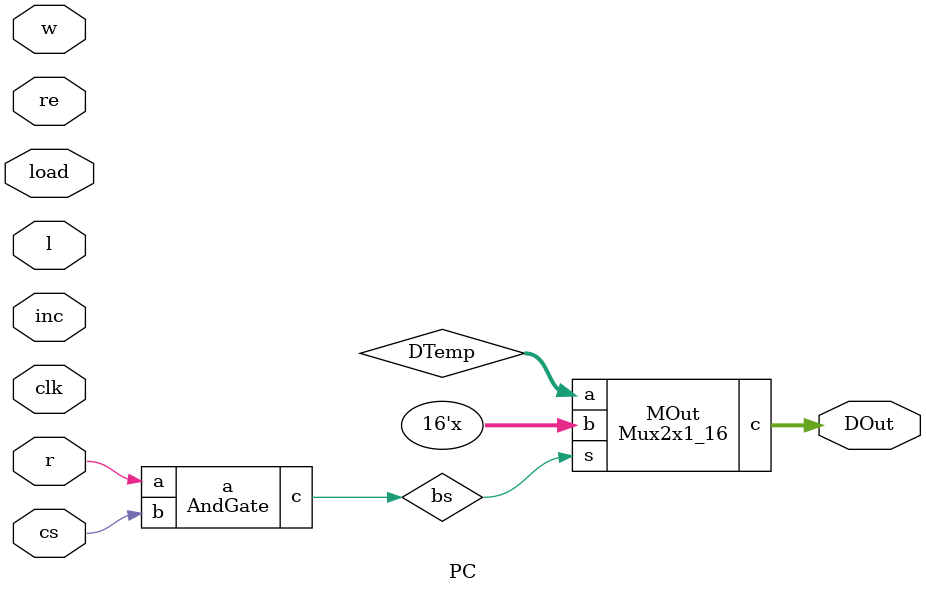
<source format=v>
module NotGate(a,b) ;

output b ;
input a ;

nand(b,a,a) ;

endmodule 

module AndGate(a,b,c) ;

output c ;
input a,b ;
wire x ;

nand(x,a,b) ;
nand(c,x,x) ; 

endmodule 

module OrGate(a,b,c) ;

output c ;
input a,b ;
wire x,y ;

nand(x,a,a) ;
nand(y,b,b) ;
nand(c,x,y) ;

endmodule 

module XorGate(a,b,c) ;

output c ; 
input a,b ;
wire a_,b_,x,y ;

NotGate Na(a,a_) ;
NotGate Nb(b,b_) ;
AndGate A1(a,b_,x) ;
AndGate A2(a_,b,y) ;
OrGate O(x,y,c) ;

endmodule 

module XnorGate(a,b,c) ;

output c ;
input a,b ;
wire x ;

XorGate X(a,b,x) ;
NotGate N(x,c) ;

endmodule  

module Nand3(a,b,c,o) ;

output o ;
input a,b,c ;
wire x,y ;

AndGate A(a,b,x) ;
AndGate B(x,c,y) ;
NotGate C(y,o) ;

endmodule 

module DeCoder2(e,i,o) ;

output [1:0] o ;
input e,i ;
wire i_ ;

NotGate Ne(i,i_) ;
AndGate O1(i_,e,o[0]) ;
AndGate O2(i,e,o[1]) ;

endmodule 

module DeCoder4(e,i,o) ;

output [3:0] o ;
input [1:0] i ;
input e ;
wire [1:0] t ;

DeCoder2 D1(e,i[1],t[1:0]) ;
DeCoder2 D2(t[1],i[0],o[3:2]) ;
DeCoder2 D3(t[0],i[0],o[1:0]) ;

endmodule 

module DeCoder8(e,i,o) ;

output [7:0] o ;
input [2:0] i ;
input e ;
wire [1:0] t ;

DeCoder2 D1(e,i[2],t[1:0]);
DeCoder4 D2(t[0],i[1:0],o[3:0]) ;
DeCoder4 D3(t[1],i[1:0],o[7:4]) ;

endmodule 

module DLatch(d,c,q,q_) ;

output q,q_ ;
input d,c ;
wire c_,s,r,x,y ;

AndGate S(d,d,s) ;
NotGate R(d,r) ;
nand(x,c,s) ;
nand(y,c,r) ;
nand(q,q_,x) ;
nand(q_,q,y) ;

endmodule 

module DLatchWR(d,c,q,q_,re) ;

output q,q_,re ;
input d,c ;
wire c_,s,r,x,y,re_ ;

AndGate S(d,d,s) ;
NotGate R(d,r) ;

nand(x,c,s) ;
nand(y,c,r) ;
Nand3 N1(q_,x,1'b1,q) ;
Nand3 N2(q,y,re,q_) ;

endmodule 

module DFlipFlopRE(d,c,q,q_) ;

output q,q_ ;
input d,c ;
wire c_,Q,Q_ ;

NotGate C_(c,c_) ;

DLatch D1(d,c_,Q,Q_) ;
DLatch D2(Q,c,q,q_) ;

endmodule 

module DFlipFlopSReset(d,c,q,q_,re) ;

output q,q_ ;
input d,c,re ;
wire re_,d_ ;

NotGate Re(re,re_) ;
AndGate A(d,re_,d_) ;
DFlipFlopRE Df(d_,c,q,q_) ;

endmodule 

module DFlipFlopAResetLow(d,c,q,q_,re) ;

output q,q_ ;
input d,c,re ;
wire Q,Q_,c_ ;

nand(c_,c,c) ;

DLatchWR D1(d,c_,Q,Q_,re) ;
DLatchWR D2(Q,c,q,q_,re) ;

endmodule 

module DFlipFlopAResetHigh(d,c,q,q_,re) ;

output q,q_ ;
input d,c,re ;
wire re_,Q,Q_ ;

NotGate R(re,re_) ;
NotGate N(c,c_) ;

DLatchWR D1(d,c_,Q,Q_,re_) ;
DLatchWR D2(Q,c,q,q_,re_) ;

endmodule 

module BinaryCell(DIn,clk,cs,w,r,DOut) ;

output DOut ;
input DIn,clk,cs,w,r ;
wire s1,s2,d,q,q_ ;

AndGate In(w,cs,s1) ;
AndGate Out(r,cs,s2) ;
Mux2x1 M1(q,DIn,s1,d) ;
DFlipFlopRE D(d,clk,q,q_) ;
Mux2x1 M2(1'bx,q,s2,DOut) ;

endmodule

module Reg16Bit(DIn,clk,cs,w,r,DOut) ;

output [15:0] DOut ;
input [15:0] DIn;
input clk,cs,w,r ;

BinaryCell B[15:0](DIn,clk,cs,w,r,DOut) ; 

endmodule 

module Mux2x1(a,b,s,c) ;  // 12

output c ;
input a,b,s ;
wire x,y,z ;

NotGate NG_1(s,z );
AndGate AG_1(a,z,x) ;
AndGate AG_2(b,s,y) ;
OrGate OG_1(x,y,c) ;

endmodule 

module Mux2x1_16(a,b,s,c) ;

output [15:0] c ;
input [15:0] a,b;
input s ;

Mux2x1 M[15:0](a,b,s,c) ;

endmodule

module Mux4x1(i0,i1,i2,i3,s1,s0,o) ;// 15

output o ;
input i0,i1,i2,i3 ;
input s1,s0;
wire x,y ;

Mux2x1 M_1(i0,i1,s1,x);
Mux2x1 M_2(i2,i3,s1,y) ;
Mux2x1 M_3(x,y,s0,o) ;

endmodule

module Mux4x1_16(i0,i1,i2,i3,s,o) ;

output [15:0] o ;
input [15:0] i0,i1,i2,i3 ;
input [1:0] s ;

Mux4x1 M[15:0](i0,i1,i2,i3,s[0],s[1],o) ;

endmodule

module Mux8x1(i1,i2,i3,i4,i5,i6,i7,i8,s0,s1,s2,o) ;		// 16

output o ;
input i1,i2,i3,i4,i5,i6,i7,i8 ;
input s2,s1,s0 ;
wire x,y ;

Mux4x1 M1(i1,i2,i3,i4,s0,s1,x) ;
Mux4x1 M2(i5,i6,i7,i8,s0,s1,y) ;
Mux2x1 M3(x,y,s2,o) ;

endmodule 

module Mux8x1_16(i1,i2,i3,i4,i5,i6,i7,i8,s,o) ;

output [15:0] o ;
input [15:0] i1,i2,i3,i4,i5,i6,i7,i8 ;
input [2:0] s ;

Mux8x1 M[15:0](i1,i2,i3,i4,i5,i6,i7,i8,s[0],s[1],s[2],o) ;

endmodule

module RAM8(e,DIn,clk,addr,w,r,DOut) ;

output [15:0] DOut ;
input [15:0] DIn ;
input clk,w,r,e ;
input [2:0] addr ;
wire [7:0] cs ;
wire [15:0] o1,o2,o3,o4,o5,o6,o7,o8 ;

DeCoder8 Addr(e,addr,cs) ;
Reg16Bit r1(DIn,clk,cs[0],w,r,o1) ;
Reg16Bit r2(DIn,clk,cs[1],w,r,o2) ;
Reg16Bit r3(DIn,clk,cs[2],w,r,o3) ;
Reg16Bit r4(DIn,clk,cs[3],w,r,o4) ;
Reg16Bit r5(DIn,clk,cs[4],w,r,o5) ;
Reg16Bit r6(DIn,clk,cs[5],w,r,o6) ;
Reg16Bit r7(DIn,clk,cs[6],w,r,o7) ;
Reg16Bit r8(DIn,clk,cs[7],w,r,o8) ;

Mux8x1_16 M(o1,o2,o3,o4,o5,o6,o7,o8,addr,DOut) ;

endmodule 

module RAM64(e,DIn,clk,addr,w,r,DOut) ;

output [15:0] DOut ;
input [15:0] DIn ;
input clk,w,r,e ;
input [5:0] addr ;
wire [7:0] rs ;
wire [15:0] o1,o2,o3,o4,o5,o6,o7,o8 ;

DeCoder8 RAddr(e,addr[5:3],rs) ;
RAM8 R1(rs[0],DIn,clk,addr[2:0],w,r,o1) ;
RAM8 R2(rs[1],DIn,clk,addr[2:0],w,r,o2) ;
RAM8 R3(rs[2],DIn,clk,addr[2:0],w,r,o3) ;
RAM8 R4(rs[3],DIn,clk,addr[2:0],w,r,o4) ;
RAM8 R5(rs[4],DIn,clk,addr[2:0],w,r,o5) ;
RAM8 R6(rs[5],DIn,clk,addr[2:0],w,r,o6) ;
RAM8 R7(rs[6],DIn,clk,addr[2:0],w,r,o7) ;
RAM8 R8(rs[7],DIn,clk,addr[2:0],w,r,o8) ;

Mux8x1_16 M(o1,o2,o3,o4,o5,o6,o7,o8,addr[5:3],DOut) ;

endmodule

module RAM512(e,DIn,clk,addr,w,r,DOut) ;

output [15:0] DOut ;
input [15:0] DIn ;
input clk,w,r,e ;
input [8:0] addr ;
wire [7:0] rs ;
wire [15:0] o1,o2,o3,o4,o5,o6,o7,o8 ;

DeCoder8 RAddr(e,addr[8:6],rs) ;
RAM64 R1(rs[0],DIn,clk,addr[5:0],w,r,o1) ;
RAM64 R2(rs[1],DIn,clk,addr[5:0],w,r,o2) ;
RAM64 R3(rs[2],DIn,clk,addr[5:0],w,r,o3) ;
RAM64 R4(rs[3],DIn,clk,addr[5:0],w,r,o4) ;
RAM64 R5(rs[4],DIn,clk,addr[5:0],w,r,o5) ;
RAM64 R6(rs[5],DIn,clk,addr[5:0],w,r,o6) ;
RAM64 R7(rs[6],DIn,clk,addr[5:0],w,r,o7) ;
RAM64 R8(rs[7],DIn,clk,addr[5:0],w,r,o8) ;

Mux8x1_16 M(o1,o2,o3,o4,o5,o6,o7,o8,addr[8:6],DOut) ;

endmodule

module RAM4K(e,DIn,clk,addr,w,r,DOut) ;

output [15:0] DOut ;
input [15:0] DIn ;
input clk,w,r,e ;
input [11:0] addr ;
wire [7:0] rs ;
wire [15:0] o1,o2,o3,o4,o5,o6,o7,o8 ;

DeCoder8 RAddr(e,addr[11:9],rs) ;
RAM512 R1(rs[0],DIn,clk,addr[8:0],w,r,o1) ;
RAM512 R2(rs[1],DIn,clk,addr[8:0],w,r,o2) ;
RAM512 R3(rs[2],DIn,clk,addr[8:0],w,r,o3) ;
RAM512 R4(rs[3],DIn,clk,addr[8:0],w,r,o4) ;
RAM512 R5(rs[4],DIn,clk,addr[8:0],w,r,o5) ;
RAM512 R6(rs[5],DIn,clk,addr[8:0],w,r,o6) ;
RAM512 R7(rs[6],DIn,clk,addr[8:0],w,r,o7) ;
RAM512 R8(rs[7],DIn,clk,addr[8:0],w,r,o8) ;

Mux8x1_16 M(o1,o2,o3,o4,o5,o6,o7,o8,addr[11:9],DOut) ;

endmodule

module RAM16K(e,DIn,clk,addr,w,r,DOut) ;

output [15:0] DOut ;
input [15:0] DIn ;
input clk,w,r,e ;
input [13:0] addr ;
wire [3:0] rs ;
wire [15:0] o1,o2,o3,o4 ;

DeCoder4 RAddr(e,addr[13:12],rs) ;
RAM4K R1(rs[0],DIn,clk,addr[11:0],w,r,o1) ;
RAM4K R2(rs[1],DIn,clk,addr[11:0],w,r,o2) ;
RAM4K R3(rs[2],DIn,clk,addr[11:0],w,r,o3) ;
RAM4K R4(rs[3],DIn,clk,addr[11:0],w,r,o4) ;

Mux4x1_16 M(o1,o2,o3,o4,addr[13:12],DOut) ;

endmodule

module HalfAdder(a,b,s,c) ;

output s,c ;
input a,b ;

AndGate A(a,b,c) ;
XorGate X(a,b,s) ;

endmodule 

module Inc16Bit(a,b) ;

output [15:0] b;
input [15:0] a ;
wire [15:0] c ;

HalfAdder H1(a[0],1'b1,b[0],c[0]) ;
HalfAdder H2(a[1],c[0],b[1],c[1]) ; 
HalfAdder H3(a[2],c[1],b[2],c[2]) ; 
HalfAdder H4(a[3],c[2],b[3],c[3]) ; 
HalfAdder H5(a[4],c[3],b[4],c[4]) ; 
HalfAdder H6(a[5],c[4],b[5],c[5]) ; 
HalfAdder H7(a[6],c[5],b[6],c[6]) ; 
HalfAdder H8(a[7],c[6],b[7],c[7]) ; 
HalfAdder H9(a[8],c[7],b[8],c[8]) ; 
HalfAdder H10(a[9],c[8],b[9],c[9]) ; 
HalfAdder H11(a[10],c[9],b[10],c[10]) ; 
HalfAdder H12(a[11],c[10],b[11],c[11]) ; 
HalfAdder H13(a[12],c[11],b[12],c[12]) ;
HalfAdder H14(a[13],c[12],b[13],c[13]) ; 
HalfAdder H15(a[14],c[13],b[14],c[14]) ; 
HalfAdder H16(a[15],c[14],b[15],c[15]) ;  

endmodule 

module PC(re,inc,load,l,clk,cs,w,r,DOut) ;

input re,inc,l,clk,cs,w,r ;
input [15:0] load ;
output [15:0] DOut ;
wire [15:0] d,D,D_,D__,x,DTemp ;
wire bs ;

Inc16Bit I(DTemp,d) ;
Mux2x1_16 M1(DTemp,d,inc,D) ;
Mux2x1_16 M2(D,load,l,D_) ;
Mux2x1_16 M3(D_,16'b0,re,D__) ;
Reg16Bit R(D__,clk,cs,w,1'b1,Temp) ;

AndGate a(r,cs,bs) ;
Mux2x1_16 MOut(DTemp,16'bx,bs,DOut) ;

endmodule  














</source>
